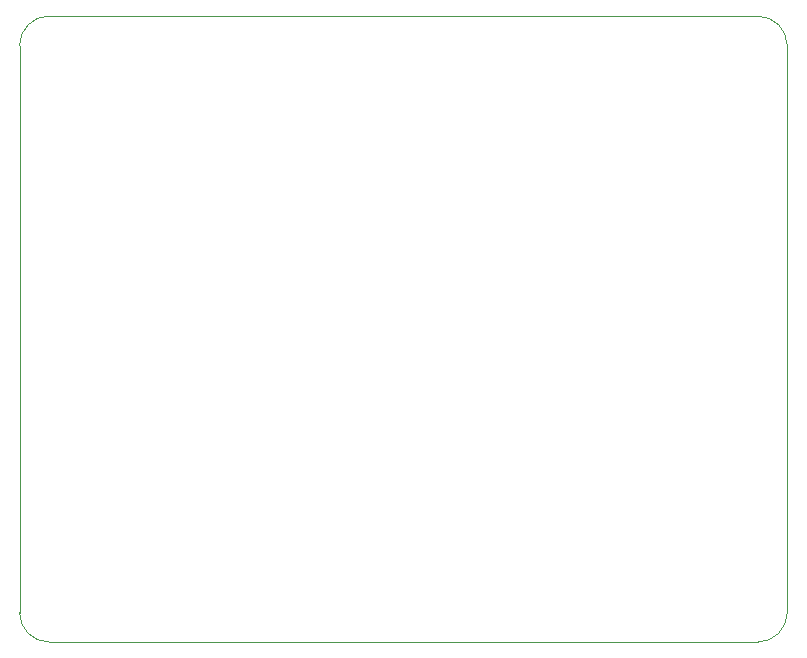
<source format=gbr>
G04 #@! TF.GenerationSoftware,KiCad,Pcbnew,(5.1.4)-1*
G04 #@! TF.CreationDate,2020-11-13T20:24:30+01:00*
G04 #@! TF.ProjectId,Shield BR,53686965-6c64-4204-9252-2e6b69636164,rev?*
G04 #@! TF.SameCoordinates,Original*
G04 #@! TF.FileFunction,Profile,NP*
%FSLAX46Y46*%
G04 Gerber Fmt 4.6, Leading zero omitted, Abs format (unit mm)*
G04 Created by KiCad (PCBNEW (5.1.4)-1) date 2020-11-13 20:24:30*
%MOMM*%
%LPD*%
G04 APERTURE LIST*
%ADD10C,0.050000*%
G04 APERTURE END LIST*
D10*
X141251500Y-67226000D02*
X81251500Y-67226000D01*
X143751500Y-117726000D02*
X143751500Y-69726000D01*
X81251500Y-120226000D02*
X141251500Y-120226000D01*
X78751500Y-117726000D02*
X78751500Y-69726000D01*
X81251500Y-120226000D02*
G75*
G02X78751500Y-117726000I0J2500000D01*
G01*
X143751500Y-117726000D02*
G75*
G02X141251500Y-120226000I-2500000J0D01*
G01*
X141251500Y-67226000D02*
G75*
G02X143751500Y-69726000I0J-2500000D01*
G01*
X78751500Y-69726000D02*
G75*
G02X81251500Y-67226000I2500000J0D01*
G01*
M02*

</source>
